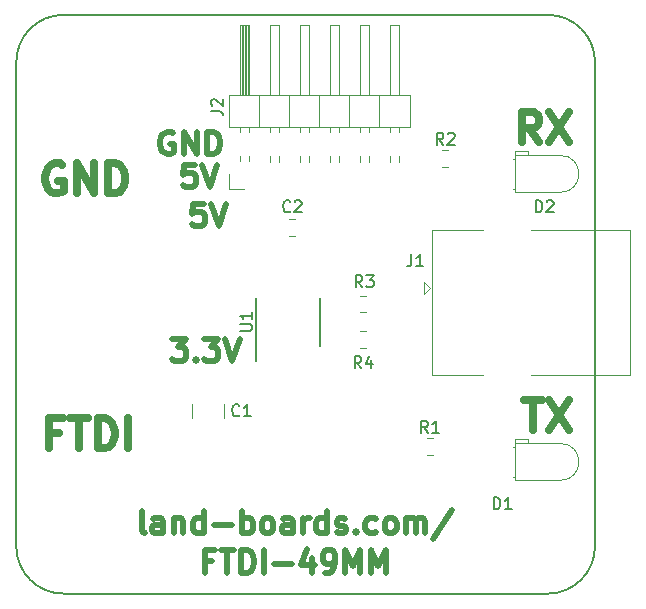
<source format=gto>
G04 #@! TF.GenerationSoftware,KiCad,Pcbnew,(5.0.2)-1*
G04 #@! TF.CreationDate,2020-03-10T11:29:15-04:00*
G04 #@! TF.ProjectId,FTDI-USB-TTL-49MM,46544449-2d55-4534-922d-54544c2d3439,1*
G04 #@! TF.SameCoordinates,Original*
G04 #@! TF.FileFunction,Legend,Top*
G04 #@! TF.FilePolarity,Positive*
%FSLAX46Y46*%
G04 Gerber Fmt 4.6, Leading zero omitted, Abs format (unit mm)*
G04 Created by KiCad (PCBNEW (5.0.2)-1) date 3/10/2020 11:29:15 AM*
%MOMM*%
%LPD*%
G01*
G04 APERTURE LIST*
%ADD10C,0.476250*%
%ADD11C,0.635000*%
%ADD12C,0.120000*%
%ADD13C,0.150000*%
G04 APERTURE END LIST*
D10*
X13280571Y-9969500D02*
X13099142Y-9878785D01*
X12827000Y-9878785D01*
X12554857Y-9969500D01*
X12373428Y-10150928D01*
X12282714Y-10332357D01*
X12192000Y-10695214D01*
X12192000Y-10967357D01*
X12282714Y-11330214D01*
X12373428Y-11511642D01*
X12554857Y-11693071D01*
X12827000Y-11783785D01*
X13008428Y-11783785D01*
X13280571Y-11693071D01*
X13371285Y-11602357D01*
X13371285Y-10967357D01*
X13008428Y-10967357D01*
X14187714Y-11783785D02*
X14187714Y-9878785D01*
X15276285Y-11783785D01*
X15276285Y-9878785D01*
X16183428Y-11783785D02*
X16183428Y-9878785D01*
X16637000Y-9878785D01*
X16909142Y-9969500D01*
X17090571Y-10150928D01*
X17181285Y-10332357D01*
X17272000Y-10695214D01*
X17272000Y-10967357D01*
X17181285Y-11330214D01*
X17090571Y-11511642D01*
X16909142Y-11693071D01*
X16637000Y-11783785D01*
X16183428Y-11783785D01*
X15131142Y-12672785D02*
X14224000Y-12672785D01*
X14133285Y-13579928D01*
X14224000Y-13489214D01*
X14405428Y-13398500D01*
X14859000Y-13398500D01*
X15040428Y-13489214D01*
X15131142Y-13579928D01*
X15221857Y-13761357D01*
X15221857Y-14214928D01*
X15131142Y-14396357D01*
X15040428Y-14487071D01*
X14859000Y-14577785D01*
X14405428Y-14577785D01*
X14224000Y-14487071D01*
X14133285Y-14396357D01*
X15766142Y-12672785D02*
X16401142Y-14577785D01*
X17036142Y-12672785D01*
X10876642Y-43898910D02*
X10695214Y-43808196D01*
X10604499Y-43626767D01*
X10604499Y-41993910D01*
X12418785Y-43898910D02*
X12418785Y-42901053D01*
X12328071Y-42719625D01*
X12146642Y-42628910D01*
X11783785Y-42628910D01*
X11602357Y-42719625D01*
X12418785Y-43808196D02*
X12237357Y-43898910D01*
X11783785Y-43898910D01*
X11602357Y-43808196D01*
X11511642Y-43626767D01*
X11511642Y-43445339D01*
X11602357Y-43263910D01*
X11783785Y-43173196D01*
X12237357Y-43173196D01*
X12418785Y-43082482D01*
X13325928Y-42628910D02*
X13325928Y-43898910D01*
X13325928Y-42810339D02*
X13416642Y-42719625D01*
X13598071Y-42628910D01*
X13870214Y-42628910D01*
X14051642Y-42719625D01*
X14142357Y-42901053D01*
X14142357Y-43898910D01*
X15865928Y-43898910D02*
X15865928Y-41993910D01*
X15865928Y-43808196D02*
X15684499Y-43898910D01*
X15321642Y-43898910D01*
X15140214Y-43808196D01*
X15049499Y-43717482D01*
X14958785Y-43536053D01*
X14958785Y-42991767D01*
X15049499Y-42810339D01*
X15140214Y-42719625D01*
X15321642Y-42628910D01*
X15684499Y-42628910D01*
X15865928Y-42719625D01*
X16773071Y-43173196D02*
X18224499Y-43173196D01*
X19131642Y-43898910D02*
X19131642Y-41993910D01*
X19131642Y-42719625D02*
X19313071Y-42628910D01*
X19675928Y-42628910D01*
X19857357Y-42719625D01*
X19948071Y-42810339D01*
X20038785Y-42991767D01*
X20038785Y-43536053D01*
X19948071Y-43717482D01*
X19857357Y-43808196D01*
X19675928Y-43898910D01*
X19313071Y-43898910D01*
X19131642Y-43808196D01*
X21127357Y-43898910D02*
X20945928Y-43808196D01*
X20855214Y-43717482D01*
X20764500Y-43536053D01*
X20764500Y-42991767D01*
X20855214Y-42810339D01*
X20945928Y-42719625D01*
X21127357Y-42628910D01*
X21399500Y-42628910D01*
X21580928Y-42719625D01*
X21671642Y-42810339D01*
X21762357Y-42991767D01*
X21762357Y-43536053D01*
X21671642Y-43717482D01*
X21580928Y-43808196D01*
X21399500Y-43898910D01*
X21127357Y-43898910D01*
X23395214Y-43898910D02*
X23395214Y-42901053D01*
X23304500Y-42719625D01*
X23123071Y-42628910D01*
X22760214Y-42628910D01*
X22578785Y-42719625D01*
X23395214Y-43808196D02*
X23213785Y-43898910D01*
X22760214Y-43898910D01*
X22578785Y-43808196D01*
X22488071Y-43626767D01*
X22488071Y-43445339D01*
X22578785Y-43263910D01*
X22760214Y-43173196D01*
X23213785Y-43173196D01*
X23395214Y-43082482D01*
X24302357Y-43898910D02*
X24302357Y-42628910D01*
X24302357Y-42991767D02*
X24393071Y-42810339D01*
X24483785Y-42719625D01*
X24665214Y-42628910D01*
X24846642Y-42628910D01*
X26298071Y-43898910D02*
X26298071Y-41993910D01*
X26298071Y-43808196D02*
X26116642Y-43898910D01*
X25753785Y-43898910D01*
X25572357Y-43808196D01*
X25481642Y-43717482D01*
X25390928Y-43536053D01*
X25390928Y-42991767D01*
X25481642Y-42810339D01*
X25572357Y-42719625D01*
X25753785Y-42628910D01*
X26116642Y-42628910D01*
X26298071Y-42719625D01*
X27114500Y-43808196D02*
X27295928Y-43898910D01*
X27658785Y-43898910D01*
X27840214Y-43808196D01*
X27930928Y-43626767D01*
X27930928Y-43536053D01*
X27840214Y-43354625D01*
X27658785Y-43263910D01*
X27386642Y-43263910D01*
X27205214Y-43173196D01*
X27114500Y-42991767D01*
X27114500Y-42901053D01*
X27205214Y-42719625D01*
X27386642Y-42628910D01*
X27658785Y-42628910D01*
X27840214Y-42719625D01*
X28747357Y-43717482D02*
X28838071Y-43808196D01*
X28747357Y-43898910D01*
X28656642Y-43808196D01*
X28747357Y-43717482D01*
X28747357Y-43898910D01*
X30470928Y-43808196D02*
X30289500Y-43898910D01*
X29926642Y-43898910D01*
X29745214Y-43808196D01*
X29654500Y-43717482D01*
X29563785Y-43536053D01*
X29563785Y-42991767D01*
X29654500Y-42810339D01*
X29745214Y-42719625D01*
X29926642Y-42628910D01*
X30289500Y-42628910D01*
X30470928Y-42719625D01*
X31559500Y-43898910D02*
X31378071Y-43808196D01*
X31287357Y-43717482D01*
X31196642Y-43536053D01*
X31196642Y-42991767D01*
X31287357Y-42810339D01*
X31378071Y-42719625D01*
X31559500Y-42628910D01*
X31831642Y-42628910D01*
X32013071Y-42719625D01*
X32103785Y-42810339D01*
X32194500Y-42991767D01*
X32194500Y-43536053D01*
X32103785Y-43717482D01*
X32013071Y-43808196D01*
X31831642Y-43898910D01*
X31559500Y-43898910D01*
X33010928Y-43898910D02*
X33010928Y-42628910D01*
X33010928Y-42810339D02*
X33101642Y-42719625D01*
X33283071Y-42628910D01*
X33555214Y-42628910D01*
X33736642Y-42719625D01*
X33827357Y-42901053D01*
X33827357Y-43898910D01*
X33827357Y-42901053D02*
X33918071Y-42719625D01*
X34099500Y-42628910D01*
X34371642Y-42628910D01*
X34553071Y-42719625D01*
X34643785Y-42901053D01*
X34643785Y-43898910D01*
X36911642Y-41903196D02*
X35278785Y-44352482D01*
X16591642Y-46234803D02*
X15956642Y-46234803D01*
X15956642Y-47232660D02*
X15956642Y-45327660D01*
X16863785Y-45327660D01*
X17317357Y-45327660D02*
X18405928Y-45327660D01*
X17861642Y-47232660D02*
X17861642Y-45327660D01*
X19040928Y-47232660D02*
X19040928Y-45327660D01*
X19494500Y-45327660D01*
X19766642Y-45418375D01*
X19948071Y-45599803D01*
X20038785Y-45781232D01*
X20129500Y-46144089D01*
X20129500Y-46416232D01*
X20038785Y-46779089D01*
X19948071Y-46960517D01*
X19766642Y-47141946D01*
X19494500Y-47232660D01*
X19040928Y-47232660D01*
X20945928Y-47232660D02*
X20945928Y-45327660D01*
X21853071Y-46506946D02*
X23304500Y-46506946D01*
X25028071Y-45962660D02*
X25028071Y-47232660D01*
X24574500Y-45236946D02*
X24120928Y-46597660D01*
X25300214Y-46597660D01*
X26116642Y-47232660D02*
X26479500Y-47232660D01*
X26660928Y-47141946D01*
X26751642Y-47051232D01*
X26933071Y-46779089D01*
X27023785Y-46416232D01*
X27023785Y-45690517D01*
X26933071Y-45509089D01*
X26842357Y-45418375D01*
X26660928Y-45327660D01*
X26298071Y-45327660D01*
X26116642Y-45418375D01*
X26025928Y-45509089D01*
X25935214Y-45690517D01*
X25935214Y-46144089D01*
X26025928Y-46325517D01*
X26116642Y-46416232D01*
X26298071Y-46506946D01*
X26660928Y-46506946D01*
X26842357Y-46416232D01*
X26933071Y-46325517D01*
X27023785Y-46144089D01*
X27840214Y-47232660D02*
X27840214Y-45327660D01*
X28475214Y-46688375D01*
X29110214Y-45327660D01*
X29110214Y-47232660D01*
X30017357Y-47232660D02*
X30017357Y-45327660D01*
X30652357Y-46688375D01*
X31287357Y-45327660D01*
X31287357Y-47232660D01*
X13189857Y-27404785D02*
X14369142Y-27404785D01*
X13734142Y-28130500D01*
X14006285Y-28130500D01*
X14187714Y-28221214D01*
X14278428Y-28311928D01*
X14369142Y-28493357D01*
X14369142Y-28946928D01*
X14278428Y-29128357D01*
X14187714Y-29219071D01*
X14006285Y-29309785D01*
X13462000Y-29309785D01*
X13280571Y-29219071D01*
X13189857Y-29128357D01*
X15185571Y-29128357D02*
X15276285Y-29219071D01*
X15185571Y-29309785D01*
X15094857Y-29219071D01*
X15185571Y-29128357D01*
X15185571Y-29309785D01*
X15911285Y-27404785D02*
X17090571Y-27404785D01*
X16455571Y-28130500D01*
X16727714Y-28130500D01*
X16909142Y-28221214D01*
X16999857Y-28311928D01*
X17090571Y-28493357D01*
X17090571Y-28946928D01*
X16999857Y-29128357D01*
X16909142Y-29219071D01*
X16727714Y-29309785D01*
X16183428Y-29309785D01*
X16002000Y-29219071D01*
X15911285Y-29128357D01*
X17634857Y-27404785D02*
X18269857Y-29309785D01*
X18904857Y-27404785D01*
X15893142Y-15974785D02*
X14986000Y-15974785D01*
X14895285Y-16881928D01*
X14986000Y-16791214D01*
X15167428Y-16700500D01*
X15621000Y-16700500D01*
X15802428Y-16791214D01*
X15893142Y-16881928D01*
X15983857Y-17063357D01*
X15983857Y-17516928D01*
X15893142Y-17698357D01*
X15802428Y-17789071D01*
X15621000Y-17879785D01*
X15167428Y-17879785D01*
X14986000Y-17789071D01*
X14895285Y-17698357D01*
X16528142Y-15974785D02*
X17163142Y-17879785D01*
X17798142Y-15974785D01*
D11*
X3616476Y-35378571D02*
X2769809Y-35378571D01*
X2769809Y-36709047D02*
X2769809Y-34169047D01*
X3979333Y-34169047D01*
X4584095Y-34169047D02*
X6035523Y-34169047D01*
X5309809Y-36709047D02*
X5309809Y-34169047D01*
X6882190Y-36709047D02*
X6882190Y-34169047D01*
X7486952Y-34169047D01*
X7849809Y-34290000D01*
X8091714Y-34531904D01*
X8212666Y-34773809D01*
X8333619Y-35257619D01*
X8333619Y-35620476D01*
X8212666Y-36104285D01*
X8091714Y-36346190D01*
X7849809Y-36588095D01*
X7486952Y-36709047D01*
X6882190Y-36709047D01*
X9422190Y-36709047D02*
X9422190Y-34169047D01*
X3906761Y-12700000D02*
X3664857Y-12579047D01*
X3302000Y-12579047D01*
X2939142Y-12700000D01*
X2697238Y-12941904D01*
X2576285Y-13183809D01*
X2455333Y-13667619D01*
X2455333Y-14030476D01*
X2576285Y-14514285D01*
X2697238Y-14756190D01*
X2939142Y-14998095D01*
X3302000Y-15119047D01*
X3543904Y-15119047D01*
X3906761Y-14998095D01*
X4027714Y-14877142D01*
X4027714Y-14030476D01*
X3543904Y-14030476D01*
X5116285Y-15119047D02*
X5116285Y-12579047D01*
X6567714Y-15119047D01*
X6567714Y-12579047D01*
X7777238Y-15119047D02*
X7777238Y-12579047D01*
X8382000Y-12579047D01*
X8744857Y-12700000D01*
X8986761Y-12941904D01*
X9107714Y-13183809D01*
X9228666Y-13667619D01*
X9228666Y-14030476D01*
X9107714Y-14514285D01*
X8986761Y-14756190D01*
X8744857Y-14998095D01*
X8382000Y-15119047D01*
X7777238Y-15119047D01*
X43022761Y-32645047D02*
X44474190Y-32645047D01*
X43748476Y-35185047D02*
X43748476Y-32645047D01*
X45078952Y-32645047D02*
X46772285Y-35185047D01*
X46772285Y-32645047D02*
X45078952Y-35185047D01*
X44280666Y-10801047D02*
X43434000Y-9591523D01*
X42829238Y-10801047D02*
X42829238Y-8261047D01*
X43796857Y-8261047D01*
X44038761Y-8382000D01*
X44159714Y-8502952D01*
X44280666Y-8744857D01*
X44280666Y-9107714D01*
X44159714Y-9349619D01*
X44038761Y-9470571D01*
X43796857Y-9591523D01*
X42829238Y-9591523D01*
X45127333Y-8261047D02*
X46820666Y-10801047D01*
X46820666Y-8261047D02*
X45127333Y-10801047D01*
D12*
G04 #@! TO.C,D1*
X46070000Y-36286000D02*
G75*
G02X46070000Y-39406000I0J-1560000D01*
G01*
X42210000Y-39406000D02*
X46070000Y-39406000D01*
X42210000Y-36286000D02*
X46070000Y-36286000D01*
X42210000Y-39406000D02*
X42210000Y-36286000D01*
X42210000Y-35886000D02*
X43330000Y-35886000D01*
X43330000Y-35886000D02*
X43330000Y-36286000D01*
X43330000Y-36286000D02*
X42210000Y-36286000D01*
X42210000Y-36286000D02*
X42210000Y-35886000D01*
X42080000Y-39116000D02*
X42210000Y-39116000D01*
X42210000Y-39116000D02*
X42210000Y-39116000D01*
X42210000Y-39116000D02*
X42080000Y-39116000D01*
X42080000Y-39116000D02*
X42080000Y-39116000D01*
X42080000Y-36576000D02*
X42210000Y-36576000D01*
X42210000Y-36576000D02*
X42210000Y-36576000D01*
X42210000Y-36576000D02*
X42080000Y-36576000D01*
X42080000Y-36576000D02*
X42080000Y-36576000D01*
D13*
G04 #@! TO.C,BD-49X49*
X4000000Y0D02*
G75*
G03X0Y-4000000I0J-4000000D01*
G01*
X49000000Y-4000000D02*
G75*
G03X45000000Y0I-4000000J0D01*
G01*
X45000000Y-49000000D02*
G75*
G03X49000000Y-45000000I0J4000000D01*
G01*
X0Y-45000000D02*
G75*
G03X4000000Y-49000000I4000000J0D01*
G01*
X49000000Y-45000000D02*
X49000000Y-4000000D01*
X45000000Y0D02*
X4000000Y0D01*
X0Y-4000000D02*
X0Y-45000000D01*
X4000000Y-49000000D02*
X45000000Y-49000000D01*
D12*
G04 #@! TO.C,C1*
X17616000Y-32925936D02*
X17616000Y-34130064D01*
X14896000Y-32925936D02*
X14896000Y-34130064D01*
G04 #@! TO.C,C2*
X23629252Y-18710000D02*
X23106748Y-18710000D01*
X23629252Y-17290000D02*
X23106748Y-17290000D01*
G04 #@! TO.C,J1*
X39490000Y-18204000D02*
X35230000Y-18204000D01*
X35230000Y-18204000D02*
X35230000Y-30524000D01*
X35230000Y-30524000D02*
X39490000Y-30524000D01*
X43590000Y-18204000D02*
X51950000Y-18204000D01*
X51950000Y-18204000D02*
X51950000Y-30524000D01*
X51950000Y-30524000D02*
X43590000Y-30524000D01*
X35010000Y-23114000D02*
X34510000Y-22614000D01*
X34510000Y-22614000D02*
X34510000Y-23614000D01*
X34510000Y-23614000D02*
X35010000Y-23114000D01*
G04 #@! TO.C,R1*
X34738748Y-37286000D02*
X35261252Y-37286000D01*
X34738748Y-35866000D02*
X35261252Y-35866000D01*
G04 #@! TO.C,R2*
X36060748Y-11482000D02*
X36583252Y-11482000D01*
X36060748Y-12902000D02*
X36583252Y-12902000D01*
D13*
G04 #@! TO.C,U1*
X25675000Y-28000000D02*
X25675000Y-24000000D01*
X20275000Y-29275000D02*
X20275000Y-24000000D01*
D12*
G04 #@! TO.C,D2*
X42080000Y-12190000D02*
X42080000Y-12190000D01*
X42210000Y-12190000D02*
X42080000Y-12190000D01*
X42210000Y-12190000D02*
X42210000Y-12190000D01*
X42080000Y-12190000D02*
X42210000Y-12190000D01*
X42080000Y-14730000D02*
X42080000Y-14730000D01*
X42210000Y-14730000D02*
X42080000Y-14730000D01*
X42210000Y-14730000D02*
X42210000Y-14730000D01*
X42080000Y-14730000D02*
X42210000Y-14730000D01*
X42210000Y-11900000D02*
X42210000Y-11500000D01*
X43330000Y-11900000D02*
X42210000Y-11900000D01*
X43330000Y-11500000D02*
X43330000Y-11900000D01*
X42210000Y-11500000D02*
X43330000Y-11500000D01*
X42210000Y-15020000D02*
X42210000Y-11900000D01*
X42210000Y-11900000D02*
X46070000Y-11900000D01*
X42210000Y-15020000D02*
X46070000Y-15020000D01*
X46070000Y-11900000D02*
G75*
G02X46070000Y-15020000I0J-1560000D01*
G01*
G04 #@! TO.C,R3*
X29636253Y-25185001D02*
X29113749Y-25185001D01*
X29636253Y-23765001D02*
X29113749Y-23765001D01*
G04 #@! TO.C,R4*
X29636253Y-26790000D02*
X29113749Y-26790000D01*
X29636253Y-28210000D02*
X29113749Y-28210000D01*
G04 #@! TO.C,J2*
X17974000Y-9482000D02*
X33334000Y-9482000D01*
X33334000Y-9482000D02*
X33334000Y-6822000D01*
X33334000Y-6822000D02*
X17974000Y-6822000D01*
X17974000Y-6822000D02*
X17974000Y-9482000D01*
X18924000Y-6822000D02*
X18924000Y-822000D01*
X18924000Y-822000D02*
X19684000Y-822000D01*
X19684000Y-822000D02*
X19684000Y-6822000D01*
X18984000Y-6822000D02*
X18984000Y-822000D01*
X19104000Y-6822000D02*
X19104000Y-822000D01*
X19224000Y-6822000D02*
X19224000Y-822000D01*
X19344000Y-6822000D02*
X19344000Y-822000D01*
X19464000Y-6822000D02*
X19464000Y-822000D01*
X19584000Y-6822000D02*
X19584000Y-822000D01*
X18924000Y-9879071D02*
X18924000Y-9482000D01*
X19684000Y-9879071D02*
X19684000Y-9482000D01*
X18924000Y-12352000D02*
X18924000Y-11964929D01*
X19684000Y-12352000D02*
X19684000Y-11964929D01*
X20574000Y-9482000D02*
X20574000Y-6822000D01*
X21464000Y-6822000D02*
X21464000Y-822000D01*
X21464000Y-822000D02*
X22224000Y-822000D01*
X22224000Y-822000D02*
X22224000Y-6822000D01*
X21464000Y-9879071D02*
X21464000Y-9482000D01*
X22224000Y-9879071D02*
X22224000Y-9482000D01*
X21464000Y-12419071D02*
X21464000Y-11964929D01*
X22224000Y-12419071D02*
X22224000Y-11964929D01*
X23114000Y-9482000D02*
X23114000Y-6822000D01*
X24004000Y-6822000D02*
X24004000Y-822000D01*
X24004000Y-822000D02*
X24764000Y-822000D01*
X24764000Y-822000D02*
X24764000Y-6822000D01*
X24004000Y-9879071D02*
X24004000Y-9482000D01*
X24764000Y-9879071D02*
X24764000Y-9482000D01*
X24004000Y-12419071D02*
X24004000Y-11964929D01*
X24764000Y-12419071D02*
X24764000Y-11964929D01*
X25654000Y-9482000D02*
X25654000Y-6822000D01*
X26544000Y-6822000D02*
X26544000Y-822000D01*
X26544000Y-822000D02*
X27304000Y-822000D01*
X27304000Y-822000D02*
X27304000Y-6822000D01*
X26544000Y-9879071D02*
X26544000Y-9482000D01*
X27304000Y-9879071D02*
X27304000Y-9482000D01*
X26544000Y-12419071D02*
X26544000Y-11964929D01*
X27304000Y-12419071D02*
X27304000Y-11964929D01*
X28194000Y-9482000D02*
X28194000Y-6822000D01*
X29084000Y-6822000D02*
X29084000Y-822000D01*
X29084000Y-822000D02*
X29844000Y-822000D01*
X29844000Y-822000D02*
X29844000Y-6822000D01*
X29084000Y-9879071D02*
X29084000Y-9482000D01*
X29844000Y-9879071D02*
X29844000Y-9482000D01*
X29084000Y-12419071D02*
X29084000Y-11964929D01*
X29844000Y-12419071D02*
X29844000Y-11964929D01*
X30734000Y-9482000D02*
X30734000Y-6822000D01*
X31624000Y-6822000D02*
X31624000Y-822000D01*
X31624000Y-822000D02*
X32384000Y-822000D01*
X32384000Y-822000D02*
X32384000Y-6822000D01*
X31624000Y-9879071D02*
X31624000Y-9482000D01*
X32384000Y-9879071D02*
X32384000Y-9482000D01*
X31624000Y-12419071D02*
X31624000Y-11964929D01*
X32384000Y-12419071D02*
X32384000Y-11964929D01*
X19304000Y-14732000D02*
X18034000Y-14732000D01*
X18034000Y-14732000D02*
X18034000Y-13462000D01*
G04 #@! TO.C,D1*
D13*
X40409904Y-41854380D02*
X40409904Y-40854380D01*
X40648000Y-40854380D01*
X40790857Y-40902000D01*
X40886095Y-40997238D01*
X40933714Y-41092476D01*
X40981333Y-41282952D01*
X40981333Y-41425809D01*
X40933714Y-41616285D01*
X40886095Y-41711523D01*
X40790857Y-41806761D01*
X40648000Y-41854380D01*
X40409904Y-41854380D01*
X41933714Y-41854380D02*
X41362285Y-41854380D01*
X41648000Y-41854380D02*
X41648000Y-40854380D01*
X41552761Y-40997238D01*
X41457523Y-41092476D01*
X41362285Y-41140095D01*
G04 #@! TO.C,C1*
X18883333Y-33885142D02*
X18835714Y-33932761D01*
X18692857Y-33980380D01*
X18597619Y-33980380D01*
X18454761Y-33932761D01*
X18359523Y-33837523D01*
X18311904Y-33742285D01*
X18264285Y-33551809D01*
X18264285Y-33408952D01*
X18311904Y-33218476D01*
X18359523Y-33123238D01*
X18454761Y-33028000D01*
X18597619Y-32980380D01*
X18692857Y-32980380D01*
X18835714Y-33028000D01*
X18883333Y-33075619D01*
X19835714Y-33980380D02*
X19264285Y-33980380D01*
X19550000Y-33980380D02*
X19550000Y-32980380D01*
X19454761Y-33123238D01*
X19359523Y-33218476D01*
X19264285Y-33266095D01*
G04 #@! TO.C,C2*
X23201333Y-16613142D02*
X23153714Y-16660761D01*
X23010857Y-16708380D01*
X22915619Y-16708380D01*
X22772761Y-16660761D01*
X22677523Y-16565523D01*
X22629904Y-16470285D01*
X22582285Y-16279809D01*
X22582285Y-16136952D01*
X22629904Y-15946476D01*
X22677523Y-15851238D01*
X22772761Y-15756000D01*
X22915619Y-15708380D01*
X23010857Y-15708380D01*
X23153714Y-15756000D01*
X23201333Y-15803619D01*
X23582285Y-15803619D02*
X23629904Y-15756000D01*
X23725142Y-15708380D01*
X23963238Y-15708380D01*
X24058476Y-15756000D01*
X24106095Y-15803619D01*
X24153714Y-15898857D01*
X24153714Y-15994095D01*
X24106095Y-16136952D01*
X23534666Y-16708380D01*
X24153714Y-16708380D01*
G04 #@! TO.C,J1*
X33448666Y-20280380D02*
X33448666Y-20994666D01*
X33401047Y-21137523D01*
X33305809Y-21232761D01*
X33162952Y-21280380D01*
X33067714Y-21280380D01*
X34448666Y-21280380D02*
X33877238Y-21280380D01*
X34162952Y-21280380D02*
X34162952Y-20280380D01*
X34067714Y-20423238D01*
X33972476Y-20518476D01*
X33877238Y-20566095D01*
G04 #@! TO.C,R1*
X34833333Y-35378380D02*
X34500000Y-34902190D01*
X34261904Y-35378380D02*
X34261904Y-34378380D01*
X34642857Y-34378380D01*
X34738095Y-34426000D01*
X34785714Y-34473619D01*
X34833333Y-34568857D01*
X34833333Y-34711714D01*
X34785714Y-34806952D01*
X34738095Y-34854571D01*
X34642857Y-34902190D01*
X34261904Y-34902190D01*
X35785714Y-35378380D02*
X35214285Y-35378380D01*
X35500000Y-35378380D02*
X35500000Y-34378380D01*
X35404761Y-34521238D01*
X35309523Y-34616476D01*
X35214285Y-34664095D01*
G04 #@! TO.C,R2*
X36155333Y-10994380D02*
X35822000Y-10518190D01*
X35583904Y-10994380D02*
X35583904Y-9994380D01*
X35964857Y-9994380D01*
X36060095Y-10042000D01*
X36107714Y-10089619D01*
X36155333Y-10184857D01*
X36155333Y-10327714D01*
X36107714Y-10422952D01*
X36060095Y-10470571D01*
X35964857Y-10518190D01*
X35583904Y-10518190D01*
X36536285Y-10089619D02*
X36583904Y-10042000D01*
X36679142Y-9994380D01*
X36917238Y-9994380D01*
X37012476Y-10042000D01*
X37060095Y-10089619D01*
X37107714Y-10184857D01*
X37107714Y-10280095D01*
X37060095Y-10422952D01*
X36488666Y-10994380D01*
X37107714Y-10994380D01*
G04 #@! TO.C,U1*
X18952380Y-26761904D02*
X19761904Y-26761904D01*
X19857142Y-26714285D01*
X19904761Y-26666666D01*
X19952380Y-26571428D01*
X19952380Y-26380952D01*
X19904761Y-26285714D01*
X19857142Y-26238095D01*
X19761904Y-26190476D01*
X18952380Y-26190476D01*
X19952380Y-25190476D02*
X19952380Y-25761904D01*
X19952380Y-25476190D02*
X18952380Y-25476190D01*
X19095238Y-25571428D01*
X19190476Y-25666666D01*
X19238095Y-25761904D01*
G04 #@! TO.C,D2*
X43965904Y-16708380D02*
X43965904Y-15708380D01*
X44204000Y-15708380D01*
X44346857Y-15756000D01*
X44442095Y-15851238D01*
X44489714Y-15946476D01*
X44537333Y-16136952D01*
X44537333Y-16279809D01*
X44489714Y-16470285D01*
X44442095Y-16565523D01*
X44346857Y-16660761D01*
X44204000Y-16708380D01*
X43965904Y-16708380D01*
X44918285Y-15803619D02*
X44965904Y-15756000D01*
X45061142Y-15708380D01*
X45299238Y-15708380D01*
X45394476Y-15756000D01*
X45442095Y-15803619D01*
X45489714Y-15898857D01*
X45489714Y-15994095D01*
X45442095Y-16136952D01*
X44870666Y-16708380D01*
X45489714Y-16708380D01*
G04 #@! TO.C,R3*
X29297333Y-23058380D02*
X28964000Y-22582190D01*
X28725904Y-23058380D02*
X28725904Y-22058380D01*
X29106857Y-22058380D01*
X29202095Y-22106000D01*
X29249714Y-22153619D01*
X29297333Y-22248857D01*
X29297333Y-22391714D01*
X29249714Y-22486952D01*
X29202095Y-22534571D01*
X29106857Y-22582190D01*
X28725904Y-22582190D01*
X29630666Y-22058380D02*
X30249714Y-22058380D01*
X29916380Y-22439333D01*
X30059238Y-22439333D01*
X30154476Y-22486952D01*
X30202095Y-22534571D01*
X30249714Y-22629809D01*
X30249714Y-22867904D01*
X30202095Y-22963142D01*
X30154476Y-23010761D01*
X30059238Y-23058380D01*
X29773523Y-23058380D01*
X29678285Y-23010761D01*
X29630666Y-22963142D01*
G04 #@! TO.C,R4*
X29208334Y-29916380D02*
X28875001Y-29440190D01*
X28636905Y-29916380D02*
X28636905Y-28916380D01*
X29017858Y-28916380D01*
X29113096Y-28964000D01*
X29160715Y-29011619D01*
X29208334Y-29106857D01*
X29208334Y-29249714D01*
X29160715Y-29344952D01*
X29113096Y-29392571D01*
X29017858Y-29440190D01*
X28636905Y-29440190D01*
X30065477Y-29249714D02*
X30065477Y-29916380D01*
X29827381Y-28868761D02*
X29589286Y-29583047D01*
X30208334Y-29583047D01*
G04 #@! TO.C,J2*
X16486380Y-8140333D02*
X17200666Y-8140333D01*
X17343523Y-8187952D01*
X17438761Y-8283190D01*
X17486380Y-8426047D01*
X17486380Y-8521285D01*
X16581619Y-7711761D02*
X16534000Y-7664142D01*
X16486380Y-7568904D01*
X16486380Y-7330809D01*
X16534000Y-7235571D01*
X16581619Y-7187952D01*
X16676857Y-7140333D01*
X16772095Y-7140333D01*
X16914952Y-7187952D01*
X17486380Y-7759380D01*
X17486380Y-7140333D01*
G04 #@! TD*
M02*

</source>
